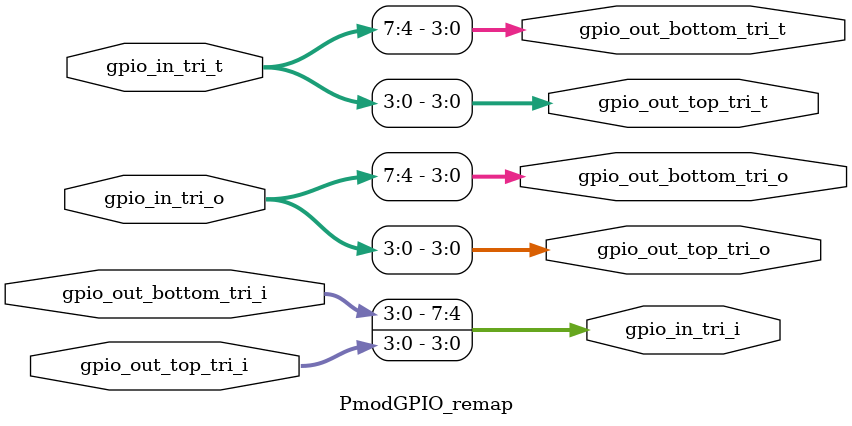
<source format=v>
`timescale 1ns / 1ps


module PmodGPIO_remap (
    // GPIO Slave interface, to be connected to AXI GPIO
    (* X_INTERFACE_INFO = "xilinx.com:interface:gpio:1.0 GPIO_IN TRI_T" *)
    (* X_INTERFACE_PARAMETER = "MODE Slave" *) 
    input [7:0] gpio_in_tri_t, // Tristate output signal (optional)
    (* X_INTERFACE_INFO = "xilinx.com:interface:gpio:1.0 GPIO_IN TRI_O" *)
    input [7:0] gpio_in_tri_o, // Tristate output signal (optional)
    (* X_INTERFACE_INFO = "xilinx.com:interface:gpio:1.0 GPIO_IN TRI_I" *)
    output [7:0] gpio_in_tri_i, // Tristate output signal (optional)
    
    // GPIO Master interface, to be connected to Pmod Bridge Top Row
    (* X_INTERFACE_INFO = "xilinx.com:interface:gpio:1.0 GPIO_OUT_TOP TRI_T" *)
    output [3:0] gpio_out_top_tri_t, // Tristate output enable signal (optional)
    (* X_INTERFACE_INFO = "xilinx.com:interface:gpio:1.0 GPIO_OUT_TOP TRI_O" *)
    output [3:0] gpio_out_top_tri_o, // Tristate output signal (optional)
    (* X_INTERFACE_INFO = "xilinx.com:interface:gpio:1.0 GPIO_OUT_TOP TRI_I" *)
    input [3:0] gpio_out_top_tri_i, // Tristate input signal (optional)
    
    // GPIO Master interface, to be connected to Pmod Bridge Bottom Row
    (* X_INTERFACE_INFO = "xilinx.com:interface:gpio:1.0 GPIO_OUT_BOTTOM TRI_T" *)
    output [3:0] gpio_out_bottom_tri_t, // Tristate output enable signal (optional)
    (* X_INTERFACE_INFO = "xilinx.com:interface:gpio:1.0 GPIO_OUT_BOTTOM TRI_O" *)
    output [3:0] gpio_out_bottom_tri_o, // Tristate output signal (optional)
    (* X_INTERFACE_INFO = "xilinx.com:interface:gpio:1.0 GPIO_OUT_BOTTOM TRI_I" *)
    input [3:0] gpio_out_bottom_tri_i // Tristate input signal (optional)
);
    assign {gpio_out_bottom_tri_t, gpio_out_top_tri_t} = gpio_in_tri_t;
    assign {gpio_out_bottom_tri_o, gpio_out_top_tri_o} = gpio_in_tri_o;
    assign gpio_in_tri_i = {gpio_out_bottom_tri_i, gpio_out_top_tri_i};
endmodule
</source>
